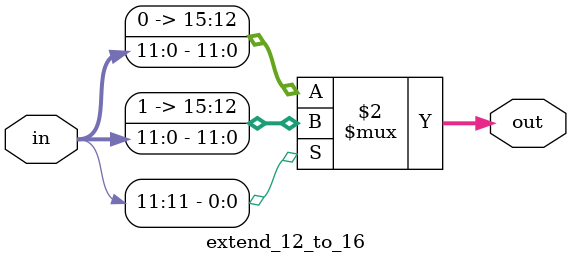
<source format=v>
`timescale 1ns/10ps

module tb_extend_12_to_16();
endmodule


module extend_12_to_16(out, in);

	output reg [15:0] out;
	input  [11:0] in;

	always@(in)
	begin
	out = (in[11])?({4'hf,in}):({4'h0,in}); 
	end
	
endmodule 
	
</source>
